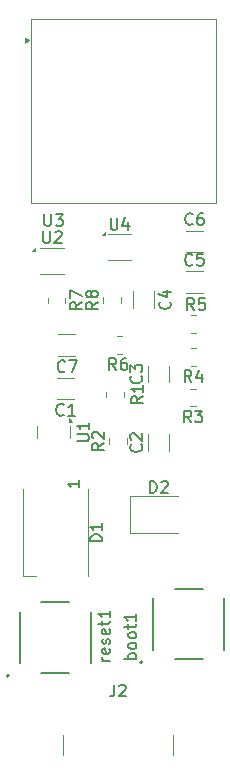
<source format=gbr>
%TF.GenerationSoftware,KiCad,Pcbnew,8.0.3*%
%TF.CreationDate,2024-07-05T15:20:34+05:30*%
%TF.ProjectId,multilayer1,6d756c74-696c-4617-9965-72312e6b6963,rev?*%
%TF.SameCoordinates,Original*%
%TF.FileFunction,Legend,Top*%
%TF.FilePolarity,Positive*%
%FSLAX46Y46*%
G04 Gerber Fmt 4.6, Leading zero omitted, Abs format (unit mm)*
G04 Created by KiCad (PCBNEW 8.0.3) date 2024-07-05 15:20:34*
%MOMM*%
%LPD*%
G01*
G04 APERTURE LIST*
%ADD10C,0.150000*%
%ADD11C,0.120000*%
%ADD12C,0.127000*%
%ADD13C,0.200000*%
G04 APERTURE END LIST*
D10*
X159726333Y-105206580D02*
X159678714Y-105254200D01*
X159678714Y-105254200D02*
X159535857Y-105301819D01*
X159535857Y-105301819D02*
X159440619Y-105301819D01*
X159440619Y-105301819D02*
X159297762Y-105254200D01*
X159297762Y-105254200D02*
X159202524Y-105158961D01*
X159202524Y-105158961D02*
X159154905Y-105063723D01*
X159154905Y-105063723D02*
X159107286Y-104873247D01*
X159107286Y-104873247D02*
X159107286Y-104730390D01*
X159107286Y-104730390D02*
X159154905Y-104539914D01*
X159154905Y-104539914D02*
X159202524Y-104444676D01*
X159202524Y-104444676D02*
X159297762Y-104349438D01*
X159297762Y-104349438D02*
X159440619Y-104301819D01*
X159440619Y-104301819D02*
X159535857Y-104301819D01*
X159535857Y-104301819D02*
X159678714Y-104349438D01*
X159678714Y-104349438D02*
X159726333Y-104397057D01*
X160678714Y-105301819D02*
X160107286Y-105301819D01*
X160393000Y-105301819D02*
X160393000Y-104301819D01*
X160393000Y-104301819D02*
X160297762Y-104444676D01*
X160297762Y-104444676D02*
X160202524Y-104539914D01*
X160202524Y-104539914D02*
X160107286Y-104587533D01*
X159831833Y-101523580D02*
X159784214Y-101571200D01*
X159784214Y-101571200D02*
X159641357Y-101618819D01*
X159641357Y-101618819D02*
X159546119Y-101618819D01*
X159546119Y-101618819D02*
X159403262Y-101571200D01*
X159403262Y-101571200D02*
X159308024Y-101475961D01*
X159308024Y-101475961D02*
X159260405Y-101380723D01*
X159260405Y-101380723D02*
X159212786Y-101190247D01*
X159212786Y-101190247D02*
X159212786Y-101047390D01*
X159212786Y-101047390D02*
X159260405Y-100856914D01*
X159260405Y-100856914D02*
X159308024Y-100761676D01*
X159308024Y-100761676D02*
X159403262Y-100666438D01*
X159403262Y-100666438D02*
X159546119Y-100618819D01*
X159546119Y-100618819D02*
X159641357Y-100618819D01*
X159641357Y-100618819D02*
X159784214Y-100666438D01*
X159784214Y-100666438D02*
X159831833Y-100714057D01*
X160165167Y-100618819D02*
X160831833Y-100618819D01*
X160831833Y-100618819D02*
X160403262Y-101618819D01*
X170648333Y-89060580D02*
X170600714Y-89108200D01*
X170600714Y-89108200D02*
X170457857Y-89155819D01*
X170457857Y-89155819D02*
X170362619Y-89155819D01*
X170362619Y-89155819D02*
X170219762Y-89108200D01*
X170219762Y-89108200D02*
X170124524Y-89012961D01*
X170124524Y-89012961D02*
X170076905Y-88917723D01*
X170076905Y-88917723D02*
X170029286Y-88727247D01*
X170029286Y-88727247D02*
X170029286Y-88584390D01*
X170029286Y-88584390D02*
X170076905Y-88393914D01*
X170076905Y-88393914D02*
X170124524Y-88298676D01*
X170124524Y-88298676D02*
X170219762Y-88203438D01*
X170219762Y-88203438D02*
X170362619Y-88155819D01*
X170362619Y-88155819D02*
X170457857Y-88155819D01*
X170457857Y-88155819D02*
X170600714Y-88203438D01*
X170600714Y-88203438D02*
X170648333Y-88251057D01*
X171505476Y-88155819D02*
X171315000Y-88155819D01*
X171315000Y-88155819D02*
X171219762Y-88203438D01*
X171219762Y-88203438D02*
X171172143Y-88251057D01*
X171172143Y-88251057D02*
X171076905Y-88393914D01*
X171076905Y-88393914D02*
X171029286Y-88584390D01*
X171029286Y-88584390D02*
X171029286Y-88965342D01*
X171029286Y-88965342D02*
X171076905Y-89060580D01*
X171076905Y-89060580D02*
X171124524Y-89108200D01*
X171124524Y-89108200D02*
X171219762Y-89155819D01*
X171219762Y-89155819D02*
X171410238Y-89155819D01*
X171410238Y-89155819D02*
X171505476Y-89108200D01*
X171505476Y-89108200D02*
X171553095Y-89060580D01*
X171553095Y-89060580D02*
X171600714Y-88965342D01*
X171600714Y-88965342D02*
X171600714Y-88727247D01*
X171600714Y-88727247D02*
X171553095Y-88632009D01*
X171553095Y-88632009D02*
X171505476Y-88584390D01*
X171505476Y-88584390D02*
X171410238Y-88536771D01*
X171410238Y-88536771D02*
X171219762Y-88536771D01*
X171219762Y-88536771D02*
X171124524Y-88584390D01*
X171124524Y-88584390D02*
X171076905Y-88632009D01*
X171076905Y-88632009D02*
X171029286Y-88727247D01*
X160855819Y-107448404D02*
X161665342Y-107448404D01*
X161665342Y-107448404D02*
X161760580Y-107400785D01*
X161760580Y-107400785D02*
X161808200Y-107353166D01*
X161808200Y-107353166D02*
X161855819Y-107257928D01*
X161855819Y-107257928D02*
X161855819Y-107067452D01*
X161855819Y-107067452D02*
X161808200Y-106972214D01*
X161808200Y-106972214D02*
X161760580Y-106924595D01*
X161760580Y-106924595D02*
X161665342Y-106876976D01*
X161665342Y-106876976D02*
X160855819Y-106876976D01*
X161855819Y-105876976D02*
X161855819Y-106448404D01*
X161855819Y-106162690D02*
X160855819Y-106162690D01*
X160855819Y-106162690D02*
X160998676Y-106257928D01*
X160998676Y-106257928D02*
X161093914Y-106353166D01*
X161093914Y-106353166D02*
X161141533Y-106448404D01*
X170521333Y-105863819D02*
X170188000Y-105387628D01*
X169949905Y-105863819D02*
X169949905Y-104863819D01*
X169949905Y-104863819D02*
X170330857Y-104863819D01*
X170330857Y-104863819D02*
X170426095Y-104911438D01*
X170426095Y-104911438D02*
X170473714Y-104959057D01*
X170473714Y-104959057D02*
X170521333Y-105054295D01*
X170521333Y-105054295D02*
X170521333Y-105197152D01*
X170521333Y-105197152D02*
X170473714Y-105292390D01*
X170473714Y-105292390D02*
X170426095Y-105340009D01*
X170426095Y-105340009D02*
X170330857Y-105387628D01*
X170330857Y-105387628D02*
X169949905Y-105387628D01*
X170854667Y-104863819D02*
X171473714Y-104863819D01*
X171473714Y-104863819D02*
X171140381Y-105244771D01*
X171140381Y-105244771D02*
X171283238Y-105244771D01*
X171283238Y-105244771D02*
X171378476Y-105292390D01*
X171378476Y-105292390D02*
X171426095Y-105340009D01*
X171426095Y-105340009D02*
X171473714Y-105435247D01*
X171473714Y-105435247D02*
X171473714Y-105673342D01*
X171473714Y-105673342D02*
X171426095Y-105768580D01*
X171426095Y-105768580D02*
X171378476Y-105816200D01*
X171378476Y-105816200D02*
X171283238Y-105863819D01*
X171283238Y-105863819D02*
X170997524Y-105863819D01*
X170997524Y-105863819D02*
X170902286Y-105816200D01*
X170902286Y-105816200D02*
X170854667Y-105768580D01*
X158085095Y-88227819D02*
X158085095Y-89037342D01*
X158085095Y-89037342D02*
X158132714Y-89132580D01*
X158132714Y-89132580D02*
X158180333Y-89180200D01*
X158180333Y-89180200D02*
X158275571Y-89227819D01*
X158275571Y-89227819D02*
X158466047Y-89227819D01*
X158466047Y-89227819D02*
X158561285Y-89180200D01*
X158561285Y-89180200D02*
X158608904Y-89132580D01*
X158608904Y-89132580D02*
X158656523Y-89037342D01*
X158656523Y-89037342D02*
X158656523Y-88227819D01*
X159037476Y-88227819D02*
X159656523Y-88227819D01*
X159656523Y-88227819D02*
X159323190Y-88608771D01*
X159323190Y-88608771D02*
X159466047Y-88608771D01*
X159466047Y-88608771D02*
X159561285Y-88656390D01*
X159561285Y-88656390D02*
X159608904Y-88704009D01*
X159608904Y-88704009D02*
X159656523Y-88799247D01*
X159656523Y-88799247D02*
X159656523Y-89037342D01*
X159656523Y-89037342D02*
X159608904Y-89132580D01*
X159608904Y-89132580D02*
X159561285Y-89180200D01*
X159561285Y-89180200D02*
X159466047Y-89227819D01*
X159466047Y-89227819D02*
X159180333Y-89227819D01*
X159180333Y-89227819D02*
X159085095Y-89180200D01*
X159085095Y-89180200D02*
X159037476Y-89132580D01*
X163703095Y-88544819D02*
X163703095Y-89354342D01*
X163703095Y-89354342D02*
X163750714Y-89449580D01*
X163750714Y-89449580D02*
X163798333Y-89497200D01*
X163798333Y-89497200D02*
X163893571Y-89544819D01*
X163893571Y-89544819D02*
X164084047Y-89544819D01*
X164084047Y-89544819D02*
X164179285Y-89497200D01*
X164179285Y-89497200D02*
X164226904Y-89449580D01*
X164226904Y-89449580D02*
X164274523Y-89354342D01*
X164274523Y-89354342D02*
X164274523Y-88544819D01*
X165179285Y-88878152D02*
X165179285Y-89544819D01*
X164941190Y-88497200D02*
X164703095Y-89211485D01*
X164703095Y-89211485D02*
X165322142Y-89211485D01*
X162634819Y-95670666D02*
X162158628Y-96003999D01*
X162634819Y-96242094D02*
X161634819Y-96242094D01*
X161634819Y-96242094D02*
X161634819Y-95861142D01*
X161634819Y-95861142D02*
X161682438Y-95765904D01*
X161682438Y-95765904D02*
X161730057Y-95718285D01*
X161730057Y-95718285D02*
X161825295Y-95670666D01*
X161825295Y-95670666D02*
X161968152Y-95670666D01*
X161968152Y-95670666D02*
X162063390Y-95718285D01*
X162063390Y-95718285D02*
X162111009Y-95765904D01*
X162111009Y-95765904D02*
X162158628Y-95861142D01*
X162158628Y-95861142D02*
X162158628Y-96242094D01*
X162063390Y-95099237D02*
X162015771Y-95194475D01*
X162015771Y-95194475D02*
X161968152Y-95242094D01*
X161968152Y-95242094D02*
X161872914Y-95289713D01*
X161872914Y-95289713D02*
X161825295Y-95289713D01*
X161825295Y-95289713D02*
X161730057Y-95242094D01*
X161730057Y-95242094D02*
X161682438Y-95194475D01*
X161682438Y-95194475D02*
X161634819Y-95099237D01*
X161634819Y-95099237D02*
X161634819Y-94908761D01*
X161634819Y-94908761D02*
X161682438Y-94813523D01*
X161682438Y-94813523D02*
X161730057Y-94765904D01*
X161730057Y-94765904D02*
X161825295Y-94718285D01*
X161825295Y-94718285D02*
X161872914Y-94718285D01*
X161872914Y-94718285D02*
X161968152Y-94765904D01*
X161968152Y-94765904D02*
X162015771Y-94813523D01*
X162015771Y-94813523D02*
X162063390Y-94908761D01*
X162063390Y-94908761D02*
X162063390Y-95099237D01*
X162063390Y-95099237D02*
X162111009Y-95194475D01*
X162111009Y-95194475D02*
X162158628Y-95242094D01*
X162158628Y-95242094D02*
X162253866Y-95289713D01*
X162253866Y-95289713D02*
X162444342Y-95289713D01*
X162444342Y-95289713D02*
X162539580Y-95242094D01*
X162539580Y-95242094D02*
X162587200Y-95194475D01*
X162587200Y-95194475D02*
X162634819Y-95099237D01*
X162634819Y-95099237D02*
X162634819Y-94908761D01*
X162634819Y-94908761D02*
X162587200Y-94813523D01*
X162587200Y-94813523D02*
X162539580Y-94765904D01*
X162539580Y-94765904D02*
X162444342Y-94718285D01*
X162444342Y-94718285D02*
X162253866Y-94718285D01*
X162253866Y-94718285D02*
X162158628Y-94765904D01*
X162158628Y-94765904D02*
X162111009Y-94813523D01*
X162111009Y-94813523D02*
X162063390Y-94908761D01*
X166443819Y-103671666D02*
X165967628Y-104004999D01*
X166443819Y-104243094D02*
X165443819Y-104243094D01*
X165443819Y-104243094D02*
X165443819Y-103862142D01*
X165443819Y-103862142D02*
X165491438Y-103766904D01*
X165491438Y-103766904D02*
X165539057Y-103719285D01*
X165539057Y-103719285D02*
X165634295Y-103671666D01*
X165634295Y-103671666D02*
X165777152Y-103671666D01*
X165777152Y-103671666D02*
X165872390Y-103719285D01*
X165872390Y-103719285D02*
X165920009Y-103766904D01*
X165920009Y-103766904D02*
X165967628Y-103862142D01*
X165967628Y-103862142D02*
X165967628Y-104243094D01*
X166443819Y-102719285D02*
X166443819Y-103290713D01*
X166443819Y-103004999D02*
X165443819Y-103004999D01*
X165443819Y-103004999D02*
X165586676Y-103100237D01*
X165586676Y-103100237D02*
X165681914Y-103195475D01*
X165681914Y-103195475D02*
X165729533Y-103290713D01*
X170775333Y-96339819D02*
X170442000Y-95863628D01*
X170203905Y-96339819D02*
X170203905Y-95339819D01*
X170203905Y-95339819D02*
X170584857Y-95339819D01*
X170584857Y-95339819D02*
X170680095Y-95387438D01*
X170680095Y-95387438D02*
X170727714Y-95435057D01*
X170727714Y-95435057D02*
X170775333Y-95530295D01*
X170775333Y-95530295D02*
X170775333Y-95673152D01*
X170775333Y-95673152D02*
X170727714Y-95768390D01*
X170727714Y-95768390D02*
X170680095Y-95816009D01*
X170680095Y-95816009D02*
X170584857Y-95863628D01*
X170584857Y-95863628D02*
X170203905Y-95863628D01*
X171680095Y-95339819D02*
X171203905Y-95339819D01*
X171203905Y-95339819D02*
X171156286Y-95816009D01*
X171156286Y-95816009D02*
X171203905Y-95768390D01*
X171203905Y-95768390D02*
X171299143Y-95720771D01*
X171299143Y-95720771D02*
X171537238Y-95720771D01*
X171537238Y-95720771D02*
X171632476Y-95768390D01*
X171632476Y-95768390D02*
X171680095Y-95816009D01*
X171680095Y-95816009D02*
X171727714Y-95911247D01*
X171727714Y-95911247D02*
X171727714Y-96149342D01*
X171727714Y-96149342D02*
X171680095Y-96244580D01*
X171680095Y-96244580D02*
X171632476Y-96292200D01*
X171632476Y-96292200D02*
X171537238Y-96339819D01*
X171537238Y-96339819D02*
X171299143Y-96339819D01*
X171299143Y-96339819D02*
X171203905Y-96292200D01*
X171203905Y-96292200D02*
X171156286Y-96244580D01*
X161235819Y-95694166D02*
X160759628Y-96027499D01*
X161235819Y-96265594D02*
X160235819Y-96265594D01*
X160235819Y-96265594D02*
X160235819Y-95884642D01*
X160235819Y-95884642D02*
X160283438Y-95789404D01*
X160283438Y-95789404D02*
X160331057Y-95741785D01*
X160331057Y-95741785D02*
X160426295Y-95694166D01*
X160426295Y-95694166D02*
X160569152Y-95694166D01*
X160569152Y-95694166D02*
X160664390Y-95741785D01*
X160664390Y-95741785D02*
X160712009Y-95789404D01*
X160712009Y-95789404D02*
X160759628Y-95884642D01*
X160759628Y-95884642D02*
X160759628Y-96265594D01*
X160235819Y-95360832D02*
X160235819Y-94694166D01*
X160235819Y-94694166D02*
X161235819Y-95122737D01*
X170544833Y-102434819D02*
X170211500Y-101958628D01*
X169973405Y-102434819D02*
X169973405Y-101434819D01*
X169973405Y-101434819D02*
X170354357Y-101434819D01*
X170354357Y-101434819D02*
X170449595Y-101482438D01*
X170449595Y-101482438D02*
X170497214Y-101530057D01*
X170497214Y-101530057D02*
X170544833Y-101625295D01*
X170544833Y-101625295D02*
X170544833Y-101768152D01*
X170544833Y-101768152D02*
X170497214Y-101863390D01*
X170497214Y-101863390D02*
X170449595Y-101911009D01*
X170449595Y-101911009D02*
X170354357Y-101958628D01*
X170354357Y-101958628D02*
X169973405Y-101958628D01*
X171401976Y-101768152D02*
X171401976Y-102434819D01*
X171163881Y-101387200D02*
X170925786Y-102101485D01*
X170925786Y-102101485D02*
X171544833Y-102101485D01*
X163649819Y-126047238D02*
X162983152Y-126047238D01*
X163173628Y-126047238D02*
X163078390Y-125999619D01*
X163078390Y-125999619D02*
X163030771Y-125952000D01*
X163030771Y-125952000D02*
X162983152Y-125856762D01*
X162983152Y-125856762D02*
X162983152Y-125761524D01*
X163602200Y-125047238D02*
X163649819Y-125142476D01*
X163649819Y-125142476D02*
X163649819Y-125332952D01*
X163649819Y-125332952D02*
X163602200Y-125428190D01*
X163602200Y-125428190D02*
X163506961Y-125475809D01*
X163506961Y-125475809D02*
X163126009Y-125475809D01*
X163126009Y-125475809D02*
X163030771Y-125428190D01*
X163030771Y-125428190D02*
X162983152Y-125332952D01*
X162983152Y-125332952D02*
X162983152Y-125142476D01*
X162983152Y-125142476D02*
X163030771Y-125047238D01*
X163030771Y-125047238D02*
X163126009Y-124999619D01*
X163126009Y-124999619D02*
X163221247Y-124999619D01*
X163221247Y-124999619D02*
X163316485Y-125475809D01*
X163602200Y-124618666D02*
X163649819Y-124523428D01*
X163649819Y-124523428D02*
X163649819Y-124332952D01*
X163649819Y-124332952D02*
X163602200Y-124237714D01*
X163602200Y-124237714D02*
X163506961Y-124190095D01*
X163506961Y-124190095D02*
X163459342Y-124190095D01*
X163459342Y-124190095D02*
X163364104Y-124237714D01*
X163364104Y-124237714D02*
X163316485Y-124332952D01*
X163316485Y-124332952D02*
X163316485Y-124475809D01*
X163316485Y-124475809D02*
X163268866Y-124571047D01*
X163268866Y-124571047D02*
X163173628Y-124618666D01*
X163173628Y-124618666D02*
X163126009Y-124618666D01*
X163126009Y-124618666D02*
X163030771Y-124571047D01*
X163030771Y-124571047D02*
X162983152Y-124475809D01*
X162983152Y-124475809D02*
X162983152Y-124332952D01*
X162983152Y-124332952D02*
X163030771Y-124237714D01*
X163602200Y-123380571D02*
X163649819Y-123475809D01*
X163649819Y-123475809D02*
X163649819Y-123666285D01*
X163649819Y-123666285D02*
X163602200Y-123761523D01*
X163602200Y-123761523D02*
X163506961Y-123809142D01*
X163506961Y-123809142D02*
X163126009Y-123809142D01*
X163126009Y-123809142D02*
X163030771Y-123761523D01*
X163030771Y-123761523D02*
X162983152Y-123666285D01*
X162983152Y-123666285D02*
X162983152Y-123475809D01*
X162983152Y-123475809D02*
X163030771Y-123380571D01*
X163030771Y-123380571D02*
X163126009Y-123332952D01*
X163126009Y-123332952D02*
X163221247Y-123332952D01*
X163221247Y-123332952D02*
X163316485Y-123809142D01*
X162983152Y-123047237D02*
X162983152Y-122666285D01*
X162649819Y-122904380D02*
X163506961Y-122904380D01*
X163506961Y-122904380D02*
X163602200Y-122856761D01*
X163602200Y-122856761D02*
X163649819Y-122761523D01*
X163649819Y-122761523D02*
X163649819Y-122666285D01*
X163649819Y-121809142D02*
X163649819Y-122380570D01*
X163649819Y-122094856D02*
X162649819Y-122094856D01*
X162649819Y-122094856D02*
X162792676Y-122190094D01*
X162792676Y-122190094D02*
X162887914Y-122285332D01*
X162887914Y-122285332D02*
X162935533Y-122380570D01*
X163142819Y-107608666D02*
X162666628Y-107941999D01*
X163142819Y-108180094D02*
X162142819Y-108180094D01*
X162142819Y-108180094D02*
X162142819Y-107799142D01*
X162142819Y-107799142D02*
X162190438Y-107703904D01*
X162190438Y-107703904D02*
X162238057Y-107656285D01*
X162238057Y-107656285D02*
X162333295Y-107608666D01*
X162333295Y-107608666D02*
X162476152Y-107608666D01*
X162476152Y-107608666D02*
X162571390Y-107656285D01*
X162571390Y-107656285D02*
X162619009Y-107703904D01*
X162619009Y-107703904D02*
X162666628Y-107799142D01*
X162666628Y-107799142D02*
X162666628Y-108180094D01*
X162238057Y-107227713D02*
X162190438Y-107180094D01*
X162190438Y-107180094D02*
X162142819Y-107084856D01*
X162142819Y-107084856D02*
X162142819Y-106846761D01*
X162142819Y-106846761D02*
X162190438Y-106751523D01*
X162190438Y-106751523D02*
X162238057Y-106703904D01*
X162238057Y-106703904D02*
X162333295Y-106656285D01*
X162333295Y-106656285D02*
X162428533Y-106656285D01*
X162428533Y-106656285D02*
X162571390Y-106703904D01*
X162571390Y-106703904D02*
X163142819Y-107275332D01*
X163142819Y-107275332D02*
X163142819Y-106656285D01*
X167028905Y-111839819D02*
X167028905Y-110839819D01*
X167028905Y-110839819D02*
X167267000Y-110839819D01*
X167267000Y-110839819D02*
X167409857Y-110887438D01*
X167409857Y-110887438D02*
X167505095Y-110982676D01*
X167505095Y-110982676D02*
X167552714Y-111077914D01*
X167552714Y-111077914D02*
X167600333Y-111268390D01*
X167600333Y-111268390D02*
X167600333Y-111411247D01*
X167600333Y-111411247D02*
X167552714Y-111601723D01*
X167552714Y-111601723D02*
X167505095Y-111696961D01*
X167505095Y-111696961D02*
X167409857Y-111792200D01*
X167409857Y-111792200D02*
X167267000Y-111839819D01*
X167267000Y-111839819D02*
X167028905Y-111839819D01*
X167981286Y-110935057D02*
X168028905Y-110887438D01*
X168028905Y-110887438D02*
X168124143Y-110839819D01*
X168124143Y-110839819D02*
X168362238Y-110839819D01*
X168362238Y-110839819D02*
X168457476Y-110887438D01*
X168457476Y-110887438D02*
X168505095Y-110935057D01*
X168505095Y-110935057D02*
X168552714Y-111030295D01*
X168552714Y-111030295D02*
X168552714Y-111125533D01*
X168552714Y-111125533D02*
X168505095Y-111268390D01*
X168505095Y-111268390D02*
X167933667Y-111839819D01*
X167933667Y-111839819D02*
X168552714Y-111839819D01*
X164004666Y-128066819D02*
X164004666Y-128781104D01*
X164004666Y-128781104D02*
X163957047Y-128923961D01*
X163957047Y-128923961D02*
X163861809Y-129019200D01*
X163861809Y-129019200D02*
X163718952Y-129066819D01*
X163718952Y-129066819D02*
X163623714Y-129066819D01*
X164433238Y-128162057D02*
X164480857Y-128114438D01*
X164480857Y-128114438D02*
X164576095Y-128066819D01*
X164576095Y-128066819D02*
X164814190Y-128066819D01*
X164814190Y-128066819D02*
X164909428Y-128114438D01*
X164909428Y-128114438D02*
X164957047Y-128162057D01*
X164957047Y-128162057D02*
X165004666Y-128257295D01*
X165004666Y-128257295D02*
X165004666Y-128352533D01*
X165004666Y-128352533D02*
X164957047Y-128495390D01*
X164957047Y-128495390D02*
X164385619Y-129066819D01*
X164385619Y-129066819D02*
X165004666Y-129066819D01*
X170626833Y-92489580D02*
X170579214Y-92537200D01*
X170579214Y-92537200D02*
X170436357Y-92584819D01*
X170436357Y-92584819D02*
X170341119Y-92584819D01*
X170341119Y-92584819D02*
X170198262Y-92537200D01*
X170198262Y-92537200D02*
X170103024Y-92441961D01*
X170103024Y-92441961D02*
X170055405Y-92346723D01*
X170055405Y-92346723D02*
X170007786Y-92156247D01*
X170007786Y-92156247D02*
X170007786Y-92013390D01*
X170007786Y-92013390D02*
X170055405Y-91822914D01*
X170055405Y-91822914D02*
X170103024Y-91727676D01*
X170103024Y-91727676D02*
X170198262Y-91632438D01*
X170198262Y-91632438D02*
X170341119Y-91584819D01*
X170341119Y-91584819D02*
X170436357Y-91584819D01*
X170436357Y-91584819D02*
X170579214Y-91632438D01*
X170579214Y-91632438D02*
X170626833Y-91680057D01*
X171531595Y-91584819D02*
X171055405Y-91584819D01*
X171055405Y-91584819D02*
X171007786Y-92061009D01*
X171007786Y-92061009D02*
X171055405Y-92013390D01*
X171055405Y-92013390D02*
X171150643Y-91965771D01*
X171150643Y-91965771D02*
X171388738Y-91965771D01*
X171388738Y-91965771D02*
X171483976Y-92013390D01*
X171483976Y-92013390D02*
X171531595Y-92061009D01*
X171531595Y-92061009D02*
X171579214Y-92156247D01*
X171579214Y-92156247D02*
X171579214Y-92394342D01*
X171579214Y-92394342D02*
X171531595Y-92489580D01*
X171531595Y-92489580D02*
X171483976Y-92537200D01*
X171483976Y-92537200D02*
X171388738Y-92584819D01*
X171388738Y-92584819D02*
X171150643Y-92584819D01*
X171150643Y-92584819D02*
X171055405Y-92537200D01*
X171055405Y-92537200D02*
X171007786Y-92489580D01*
X157988095Y-89656819D02*
X157988095Y-90466342D01*
X157988095Y-90466342D02*
X158035714Y-90561580D01*
X158035714Y-90561580D02*
X158083333Y-90609200D01*
X158083333Y-90609200D02*
X158178571Y-90656819D01*
X158178571Y-90656819D02*
X158369047Y-90656819D01*
X158369047Y-90656819D02*
X158464285Y-90609200D01*
X158464285Y-90609200D02*
X158511904Y-90561580D01*
X158511904Y-90561580D02*
X158559523Y-90466342D01*
X158559523Y-90466342D02*
X158559523Y-89656819D01*
X158988095Y-89752057D02*
X159035714Y-89704438D01*
X159035714Y-89704438D02*
X159130952Y-89656819D01*
X159130952Y-89656819D02*
X159369047Y-89656819D01*
X159369047Y-89656819D02*
X159464285Y-89704438D01*
X159464285Y-89704438D02*
X159511904Y-89752057D01*
X159511904Y-89752057D02*
X159559523Y-89847295D01*
X159559523Y-89847295D02*
X159559523Y-89942533D01*
X159559523Y-89942533D02*
X159511904Y-90085390D01*
X159511904Y-90085390D02*
X158940476Y-90656819D01*
X158940476Y-90656819D02*
X159559523Y-90656819D01*
X168706580Y-95649166D02*
X168754200Y-95696785D01*
X168754200Y-95696785D02*
X168801819Y-95839642D01*
X168801819Y-95839642D02*
X168801819Y-95934880D01*
X168801819Y-95934880D02*
X168754200Y-96077737D01*
X168754200Y-96077737D02*
X168658961Y-96172975D01*
X168658961Y-96172975D02*
X168563723Y-96220594D01*
X168563723Y-96220594D02*
X168373247Y-96268213D01*
X168373247Y-96268213D02*
X168230390Y-96268213D01*
X168230390Y-96268213D02*
X168039914Y-96220594D01*
X168039914Y-96220594D02*
X167944676Y-96172975D01*
X167944676Y-96172975D02*
X167849438Y-96077737D01*
X167849438Y-96077737D02*
X167801819Y-95934880D01*
X167801819Y-95934880D02*
X167801819Y-95839642D01*
X167801819Y-95839642D02*
X167849438Y-95696785D01*
X167849438Y-95696785D02*
X167897057Y-95649166D01*
X168135152Y-94792023D02*
X168801819Y-94792023D01*
X167754200Y-95030118D02*
X168468485Y-95268213D01*
X168468485Y-95268213D02*
X168468485Y-94649166D01*
X166276580Y-107735666D02*
X166324200Y-107783285D01*
X166324200Y-107783285D02*
X166371819Y-107926142D01*
X166371819Y-107926142D02*
X166371819Y-108021380D01*
X166371819Y-108021380D02*
X166324200Y-108164237D01*
X166324200Y-108164237D02*
X166228961Y-108259475D01*
X166228961Y-108259475D02*
X166133723Y-108307094D01*
X166133723Y-108307094D02*
X165943247Y-108354713D01*
X165943247Y-108354713D02*
X165800390Y-108354713D01*
X165800390Y-108354713D02*
X165609914Y-108307094D01*
X165609914Y-108307094D02*
X165514676Y-108259475D01*
X165514676Y-108259475D02*
X165419438Y-108164237D01*
X165419438Y-108164237D02*
X165371819Y-108021380D01*
X165371819Y-108021380D02*
X165371819Y-107926142D01*
X165371819Y-107926142D02*
X165419438Y-107783285D01*
X165419438Y-107783285D02*
X165467057Y-107735666D01*
X165467057Y-107354713D02*
X165419438Y-107307094D01*
X165419438Y-107307094D02*
X165371819Y-107211856D01*
X165371819Y-107211856D02*
X165371819Y-106973761D01*
X165371819Y-106973761D02*
X165419438Y-106878523D01*
X165419438Y-106878523D02*
X165467057Y-106830904D01*
X165467057Y-106830904D02*
X165562295Y-106783285D01*
X165562295Y-106783285D02*
X165657533Y-106783285D01*
X165657533Y-106783285D02*
X165800390Y-106830904D01*
X165800390Y-106830904D02*
X166371819Y-107402332D01*
X166371819Y-107402332D02*
X166371819Y-106783285D01*
X162958819Y-115927094D02*
X161958819Y-115927094D01*
X161958819Y-115927094D02*
X161958819Y-115688999D01*
X161958819Y-115688999D02*
X162006438Y-115546142D01*
X162006438Y-115546142D02*
X162101676Y-115450904D01*
X162101676Y-115450904D02*
X162196914Y-115403285D01*
X162196914Y-115403285D02*
X162387390Y-115355666D01*
X162387390Y-115355666D02*
X162530247Y-115355666D01*
X162530247Y-115355666D02*
X162720723Y-115403285D01*
X162720723Y-115403285D02*
X162815961Y-115450904D01*
X162815961Y-115450904D02*
X162911200Y-115546142D01*
X162911200Y-115546142D02*
X162958819Y-115688999D01*
X162958819Y-115688999D02*
X162958819Y-115927094D01*
X162958819Y-114403285D02*
X162958819Y-114974713D01*
X162958819Y-114688999D02*
X161958819Y-114688999D01*
X161958819Y-114688999D02*
X162101676Y-114784237D01*
X162101676Y-114784237D02*
X162196914Y-114879475D01*
X162196914Y-114879475D02*
X162244533Y-114974713D01*
X161058819Y-110753285D02*
X161058819Y-111324713D01*
X161058819Y-111038999D02*
X160058819Y-111038999D01*
X160058819Y-111038999D02*
X160201676Y-111134237D01*
X160201676Y-111134237D02*
X160296914Y-111229475D01*
X160296914Y-111229475D02*
X160344533Y-111324713D01*
X166276580Y-101932166D02*
X166324200Y-101979785D01*
X166324200Y-101979785D02*
X166371819Y-102122642D01*
X166371819Y-102122642D02*
X166371819Y-102217880D01*
X166371819Y-102217880D02*
X166324200Y-102360737D01*
X166324200Y-102360737D02*
X166228961Y-102455975D01*
X166228961Y-102455975D02*
X166133723Y-102503594D01*
X166133723Y-102503594D02*
X165943247Y-102551213D01*
X165943247Y-102551213D02*
X165800390Y-102551213D01*
X165800390Y-102551213D02*
X165609914Y-102503594D01*
X165609914Y-102503594D02*
X165514676Y-102455975D01*
X165514676Y-102455975D02*
X165419438Y-102360737D01*
X165419438Y-102360737D02*
X165371819Y-102217880D01*
X165371819Y-102217880D02*
X165371819Y-102122642D01*
X165371819Y-102122642D02*
X165419438Y-101979785D01*
X165419438Y-101979785D02*
X165467057Y-101932166D01*
X165371819Y-101598832D02*
X165371819Y-100979785D01*
X165371819Y-100979785D02*
X165752771Y-101313118D01*
X165752771Y-101313118D02*
X165752771Y-101170261D01*
X165752771Y-101170261D02*
X165800390Y-101075023D01*
X165800390Y-101075023D02*
X165848009Y-101027404D01*
X165848009Y-101027404D02*
X165943247Y-100979785D01*
X165943247Y-100979785D02*
X166181342Y-100979785D01*
X166181342Y-100979785D02*
X166276580Y-101027404D01*
X166276580Y-101027404D02*
X166324200Y-101075023D01*
X166324200Y-101075023D02*
X166371819Y-101170261D01*
X166371819Y-101170261D02*
X166371819Y-101455975D01*
X166371819Y-101455975D02*
X166324200Y-101551213D01*
X166324200Y-101551213D02*
X166276580Y-101598832D01*
X164171333Y-101419819D02*
X163838000Y-100943628D01*
X163599905Y-101419819D02*
X163599905Y-100419819D01*
X163599905Y-100419819D02*
X163980857Y-100419819D01*
X163980857Y-100419819D02*
X164076095Y-100467438D01*
X164076095Y-100467438D02*
X164123714Y-100515057D01*
X164123714Y-100515057D02*
X164171333Y-100610295D01*
X164171333Y-100610295D02*
X164171333Y-100753152D01*
X164171333Y-100753152D02*
X164123714Y-100848390D01*
X164123714Y-100848390D02*
X164076095Y-100896009D01*
X164076095Y-100896009D02*
X163980857Y-100943628D01*
X163980857Y-100943628D02*
X163599905Y-100943628D01*
X165028476Y-100419819D02*
X164838000Y-100419819D01*
X164838000Y-100419819D02*
X164742762Y-100467438D01*
X164742762Y-100467438D02*
X164695143Y-100515057D01*
X164695143Y-100515057D02*
X164599905Y-100657914D01*
X164599905Y-100657914D02*
X164552286Y-100848390D01*
X164552286Y-100848390D02*
X164552286Y-101229342D01*
X164552286Y-101229342D02*
X164599905Y-101324580D01*
X164599905Y-101324580D02*
X164647524Y-101372200D01*
X164647524Y-101372200D02*
X164742762Y-101419819D01*
X164742762Y-101419819D02*
X164933238Y-101419819D01*
X164933238Y-101419819D02*
X165028476Y-101372200D01*
X165028476Y-101372200D02*
X165076095Y-101324580D01*
X165076095Y-101324580D02*
X165123714Y-101229342D01*
X165123714Y-101229342D02*
X165123714Y-100991247D01*
X165123714Y-100991247D02*
X165076095Y-100896009D01*
X165076095Y-100896009D02*
X165028476Y-100848390D01*
X165028476Y-100848390D02*
X164933238Y-100800771D01*
X164933238Y-100800771D02*
X164742762Y-100800771D01*
X164742762Y-100800771D02*
X164647524Y-100848390D01*
X164647524Y-100848390D02*
X164599905Y-100896009D01*
X164599905Y-100896009D02*
X164552286Y-100991247D01*
X165872819Y-125895952D02*
X164872819Y-125895952D01*
X165253771Y-125895952D02*
X165206152Y-125800714D01*
X165206152Y-125800714D02*
X165206152Y-125610238D01*
X165206152Y-125610238D02*
X165253771Y-125515000D01*
X165253771Y-125515000D02*
X165301390Y-125467381D01*
X165301390Y-125467381D02*
X165396628Y-125419762D01*
X165396628Y-125419762D02*
X165682342Y-125419762D01*
X165682342Y-125419762D02*
X165777580Y-125467381D01*
X165777580Y-125467381D02*
X165825200Y-125515000D01*
X165825200Y-125515000D02*
X165872819Y-125610238D01*
X165872819Y-125610238D02*
X165872819Y-125800714D01*
X165872819Y-125800714D02*
X165825200Y-125895952D01*
X165872819Y-124848333D02*
X165825200Y-124943571D01*
X165825200Y-124943571D02*
X165777580Y-124991190D01*
X165777580Y-124991190D02*
X165682342Y-125038809D01*
X165682342Y-125038809D02*
X165396628Y-125038809D01*
X165396628Y-125038809D02*
X165301390Y-124991190D01*
X165301390Y-124991190D02*
X165253771Y-124943571D01*
X165253771Y-124943571D02*
X165206152Y-124848333D01*
X165206152Y-124848333D02*
X165206152Y-124705476D01*
X165206152Y-124705476D02*
X165253771Y-124610238D01*
X165253771Y-124610238D02*
X165301390Y-124562619D01*
X165301390Y-124562619D02*
X165396628Y-124515000D01*
X165396628Y-124515000D02*
X165682342Y-124515000D01*
X165682342Y-124515000D02*
X165777580Y-124562619D01*
X165777580Y-124562619D02*
X165825200Y-124610238D01*
X165825200Y-124610238D02*
X165872819Y-124705476D01*
X165872819Y-124705476D02*
X165872819Y-124848333D01*
X165872819Y-123943571D02*
X165825200Y-124038809D01*
X165825200Y-124038809D02*
X165777580Y-124086428D01*
X165777580Y-124086428D02*
X165682342Y-124134047D01*
X165682342Y-124134047D02*
X165396628Y-124134047D01*
X165396628Y-124134047D02*
X165301390Y-124086428D01*
X165301390Y-124086428D02*
X165253771Y-124038809D01*
X165253771Y-124038809D02*
X165206152Y-123943571D01*
X165206152Y-123943571D02*
X165206152Y-123800714D01*
X165206152Y-123800714D02*
X165253771Y-123705476D01*
X165253771Y-123705476D02*
X165301390Y-123657857D01*
X165301390Y-123657857D02*
X165396628Y-123610238D01*
X165396628Y-123610238D02*
X165682342Y-123610238D01*
X165682342Y-123610238D02*
X165777580Y-123657857D01*
X165777580Y-123657857D02*
X165825200Y-123705476D01*
X165825200Y-123705476D02*
X165872819Y-123800714D01*
X165872819Y-123800714D02*
X165872819Y-123943571D01*
X165206152Y-123324523D02*
X165206152Y-122943571D01*
X164872819Y-123181666D02*
X165729961Y-123181666D01*
X165729961Y-123181666D02*
X165825200Y-123134047D01*
X165825200Y-123134047D02*
X165872819Y-123038809D01*
X165872819Y-123038809D02*
X165872819Y-122943571D01*
X165872819Y-122086428D02*
X165872819Y-122657856D01*
X165872819Y-122372142D02*
X164872819Y-122372142D01*
X164872819Y-122372142D02*
X165015676Y-122467380D01*
X165015676Y-122467380D02*
X165110914Y-122562618D01*
X165110914Y-122562618D02*
X165158533Y-122657856D01*
D11*
%TO.C,C1*%
X160604252Y-102087000D02*
X159181748Y-102087000D01*
X160604252Y-103907000D02*
X159181748Y-103907000D01*
%TO.C,C7*%
X160709752Y-98404000D02*
X159287248Y-98404000D01*
X160709752Y-100224000D02*
X159287248Y-100224000D01*
%TO.C,C6*%
X170103748Y-89641000D02*
X171526252Y-89641000D01*
X170103748Y-91461000D02*
X171526252Y-91461000D01*
%TO.C,U1*%
X157501000Y-107186500D02*
X157501000Y-106186500D01*
X160221000Y-107186500D02*
X160221000Y-106186500D01*
X160451000Y-105796500D02*
X160171000Y-105796500D01*
X160171000Y-105516500D01*
X160451000Y-105796500D01*
G36*
X160451000Y-105796500D02*
G01*
X160171000Y-105796500D01*
X160171000Y-105516500D01*
X160451000Y-105796500D01*
G37*
%TO.C,R3*%
X170915064Y-103024000D02*
X170460936Y-103024000D01*
X170915064Y-104494000D02*
X170460936Y-104494000D01*
%TO.C,U3*%
X156997000Y-71673000D02*
X172597000Y-71673000D01*
X156997000Y-87273000D02*
X156997000Y-71673000D01*
X172597000Y-71673000D02*
X172597000Y-87273000D01*
X172597000Y-87273000D02*
X156997000Y-87273000D01*
X156822000Y-73523000D02*
X156486000Y-73763000D01*
X156486000Y-73283000D01*
X156822000Y-73523000D01*
G36*
X156822000Y-73523000D02*
G01*
X156486000Y-73763000D01*
X156486000Y-73283000D01*
X156822000Y-73523000D01*
G37*
%TO.C,U4*%
X163465000Y-89930000D02*
X165465000Y-89930000D01*
X163465000Y-92150000D02*
X165465000Y-92150000D01*
X163225000Y-90030000D02*
X162945000Y-90030000D01*
X163225000Y-89750000D01*
X163225000Y-90030000D01*
G36*
X163225000Y-90030000D02*
G01*
X162945000Y-90030000D01*
X163225000Y-89750000D01*
X163225000Y-90030000D01*
G37*
%TO.C,R8*%
X163095000Y-95731064D02*
X163095000Y-95276936D01*
X164565000Y-95731064D02*
X164565000Y-95276936D01*
%TO.C,R1*%
X163349000Y-103732064D02*
X163349000Y-103277936D01*
X164819000Y-103732064D02*
X164819000Y-103277936D01*
%TO.C,R5*%
X170938564Y-96801000D02*
X170484436Y-96801000D01*
X170938564Y-98271000D02*
X170484436Y-98271000D01*
%TO.C,R7*%
X158396000Y-95300436D02*
X158396000Y-95754564D01*
X159866000Y-95300436D02*
X159866000Y-95754564D01*
%TO.C,R4*%
X170938564Y-99595000D02*
X170484436Y-99595000D01*
X170938564Y-101065000D02*
X170484436Y-101065000D01*
D12*
%TO.C,reset1*%
X156004000Y-126255000D02*
X156004000Y-121903000D01*
X157828000Y-121079000D02*
X160180000Y-121079000D01*
X157828000Y-127079000D02*
X160180000Y-127079000D01*
X162004000Y-126255000D02*
X162004000Y-121903000D01*
D13*
X155100000Y-127329000D02*
G75*
G02*
X154900000Y-127329000I-100000J0D01*
G01*
X154900000Y-127329000D02*
G75*
G02*
X155100000Y-127329000I100000J0D01*
G01*
D11*
%TO.C,R2*%
X163603000Y-107669064D02*
X163603000Y-107214936D01*
X165073000Y-107669064D02*
X165073000Y-107214936D01*
%TO.C,D2*%
X165307000Y-112080000D02*
X165307000Y-115250000D01*
X165307000Y-115250000D02*
X169367000Y-115250000D01*
X169367000Y-112080000D02*
X165307000Y-112080000D01*
%TO.C,J2*%
X159668000Y-134012000D02*
X159668000Y-132312000D01*
X169008000Y-134012000D02*
X169008000Y-132312000D01*
%TO.C,C5*%
X170082248Y-93070000D02*
X171504752Y-93070000D01*
X170082248Y-94890000D02*
X171504752Y-94890000D01*
%TO.C,U2*%
X157750000Y-93312000D02*
X159750000Y-93312000D01*
X159750000Y-91092000D02*
X157750000Y-91092000D01*
X157310000Y-91342000D02*
X157030000Y-91342000D01*
X157310000Y-91062000D01*
X157310000Y-91342000D01*
G36*
X157310000Y-91342000D02*
G01*
X157030000Y-91342000D01*
X157310000Y-91062000D01*
X157310000Y-91342000D01*
G37*
%TO.C,C4*%
X165587000Y-94771248D02*
X165587000Y-96193752D01*
X167407000Y-94771248D02*
X167407000Y-96193752D01*
%TO.C,C2*%
X166857000Y-108280252D02*
X166857000Y-106857748D01*
X168677000Y-108280252D02*
X168677000Y-106857748D01*
%TO.C,D1*%
X156254000Y-111539000D02*
X156254000Y-118839000D01*
X156254000Y-118839000D02*
X157404000Y-118839000D01*
X161754000Y-111539000D02*
X161754000Y-118839000D01*
%TO.C,C3*%
X166857000Y-102476752D02*
X166857000Y-101054248D01*
X168677000Y-102476752D02*
X168677000Y-101054248D01*
%TO.C,R6*%
X164214436Y-98579000D02*
X164668564Y-98579000D01*
X164214436Y-100049000D02*
X164668564Y-100049000D01*
D12*
%TO.C,boot1*%
X167307000Y-125112000D02*
X167307000Y-120760000D01*
X169131000Y-119936000D02*
X171483000Y-119936000D01*
X169131000Y-125936000D02*
X171483000Y-125936000D01*
X173307000Y-125112000D02*
X173307000Y-120760000D01*
D13*
X166403000Y-126186000D02*
G75*
G02*
X166203000Y-126186000I-100000J0D01*
G01*
X166203000Y-126186000D02*
G75*
G02*
X166403000Y-126186000I100000J0D01*
G01*
%TD*%
M02*

</source>
